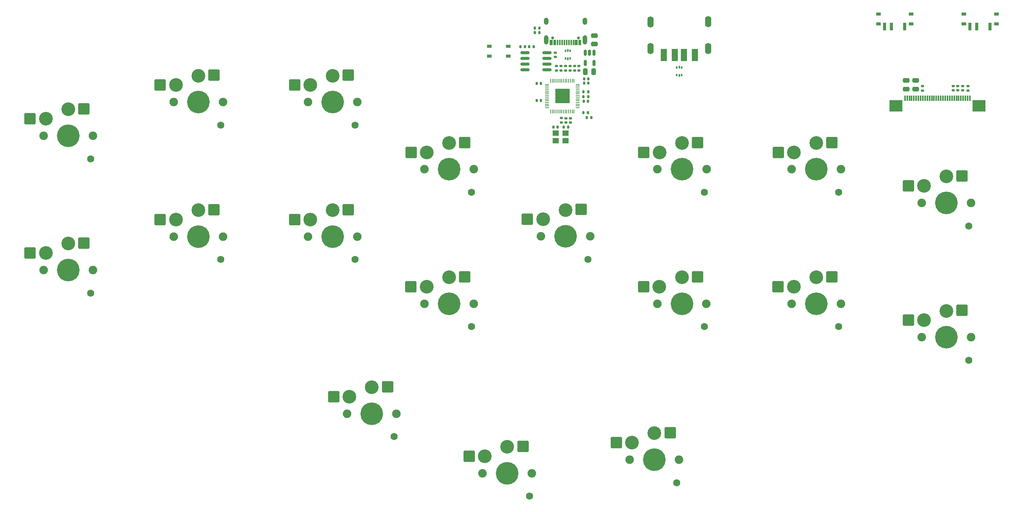
<source format=gts>
G04 #@! TF.GenerationSoftware,KiCad,Pcbnew,8.0.1*
G04 #@! TF.CreationDate,2024-03-30T21:55:46-07:00*
G04 #@! TF.ProjectId,proj,70726f6a-2e6b-4696-9361-645f70636258,rev?*
G04 #@! TF.SameCoordinates,Original*
G04 #@! TF.FileFunction,Soldermask,Top*
G04 #@! TF.FilePolarity,Negative*
%FSLAX46Y46*%
G04 Gerber Fmt 4.6, Leading zero omitted, Abs format (unit mm)*
G04 Created by KiCad (PCBNEW 8.0.1) date 2024-03-30 21:55:46*
%MOMM*%
%LPD*%
G01*
G04 APERTURE LIST*
G04 Aperture macros list*
%AMRoundRect*
0 Rectangle with rounded corners*
0 $1 Rounding radius*
0 $2 $3 $4 $5 $6 $7 $8 $9 X,Y pos of 4 corners*
0 Add a 4 corners polygon primitive as box body*
4,1,4,$2,$3,$4,$5,$6,$7,$8,$9,$2,$3,0*
0 Add four circle primitives for the rounded corners*
1,1,$1+$1,$2,$3*
1,1,$1+$1,$4,$5*
1,1,$1+$1,$6,$7*
1,1,$1+$1,$8,$9*
0 Add four rect primitives between the rounded corners*
20,1,$1+$1,$2,$3,$4,$5,0*
20,1,$1+$1,$4,$5,$6,$7,0*
20,1,$1+$1,$6,$7,$8,$9,0*
20,1,$1+$1,$8,$9,$2,$3,0*%
G04 Aperture macros list end*
%ADD10RoundRect,0.140000X0.140000X0.170000X-0.140000X0.170000X-0.140000X-0.170000X0.140000X-0.170000X0*%
%ADD11RoundRect,0.135000X0.185000X-0.135000X0.185000X0.135000X-0.185000X0.135000X-0.185000X-0.135000X0*%
%ADD12R,1.400000X2.800000*%
%ADD13O,1.400000X2.500000*%
%ADD14RoundRect,0.135000X-0.135000X-0.185000X0.135000X-0.185000X0.135000X0.185000X-0.135000X0.185000X0*%
%ADD15RoundRect,0.093750X-0.093750X0.156250X-0.093750X-0.156250X0.093750X-0.156250X0.093750X0.156250X0*%
%ADD16RoundRect,0.075000X-0.075000X0.250000X-0.075000X-0.250000X0.075000X-0.250000X0.075000X0.250000X0*%
%ADD17RoundRect,0.140000X0.170000X-0.140000X0.170000X0.140000X-0.170000X0.140000X-0.170000X-0.140000X0*%
%ADD18RoundRect,0.140000X-0.170000X0.140000X-0.170000X-0.140000X0.170000X-0.140000X0.170000X0.140000X0*%
%ADD19RoundRect,0.150000X-0.825000X-0.150000X0.825000X-0.150000X0.825000X0.150000X-0.825000X0.150000X0*%
%ADD20RoundRect,0.250000X-0.475000X0.250000X-0.475000X-0.250000X0.475000X-0.250000X0.475000X0.250000X0*%
%ADD21R,1.050000X0.700000*%
%ADD22RoundRect,0.050000X-0.387500X-0.050000X0.387500X-0.050000X0.387500X0.050000X-0.387500X0.050000X0*%
%ADD23RoundRect,0.050000X-0.050000X-0.387500X0.050000X-0.387500X0.050000X0.387500X-0.050000X0.387500X0*%
%ADD24RoundRect,0.144000X-1.456000X-1.456000X1.456000X-1.456000X1.456000X1.456000X-1.456000X1.456000X0*%
%ADD25RoundRect,0.250000X-0.250000X-0.475000X0.250000X-0.475000X0.250000X0.475000X-0.250000X0.475000X0*%
%ADD26R,1.400000X1.200000*%
%ADD27R,0.700000X1.800000*%
%ADD28R,1.000000X0.800000*%
%ADD29RoundRect,0.140000X-0.140000X-0.170000X0.140000X-0.170000X0.140000X0.170000X-0.140000X0.170000X0*%
%ADD30C,0.650000*%
%ADD31R,0.300000X1.150000*%
%ADD32O,1.000000X2.100000*%
%ADD33O,1.000000X1.600000*%
%ADD34RoundRect,0.135000X-0.185000X0.135000X-0.185000X-0.135000X0.185000X-0.135000X0.185000X0.135000X0*%
%ADD35RoundRect,0.135000X0.135000X0.185000X-0.135000X0.185000X-0.135000X-0.185000X0.135000X-0.185000X0*%
%ADD36R,0.300000X1.200000*%
%ADD37R,3.000000X2.500000*%
%ADD38RoundRect,0.250000X0.475000X-0.250000X0.475000X0.250000X-0.475000X0.250000X-0.475000X-0.250000X0*%
%ADD39RoundRect,0.150000X-0.150000X0.512500X-0.150000X-0.512500X0.150000X-0.512500X0.150000X0.512500X0*%
%ADD40C,1.900000*%
%ADD41C,1.600000*%
%ADD42C,5.050000*%
%ADD43C,3.050000*%
%ADD44RoundRect,0.250000X1.025000X1.000000X-1.025000X1.000000X-1.025000X-1.000000X1.025000X-1.000000X0*%
G04 APERTURE END LIST*
D10*
X163577200Y-54623250D03*
X162617200Y-54623250D03*
D11*
X162054150Y-53660050D03*
X162054150Y-52640050D03*
D12*
X191902200Y-38603784D03*
X189403200Y-38603784D03*
X187401200Y-38603784D03*
X184902200Y-38603784D03*
D13*
X194803200Y-37130784D03*
X194803200Y-31128784D03*
X182001200Y-31179284D03*
X182001200Y-37130784D03*
D14*
X152909800Y-36660400D03*
X153929800Y-36660400D03*
D15*
X164041100Y-37624400D03*
D16*
X163503600Y-37549400D03*
D15*
X162966100Y-37624400D03*
X162966100Y-39324400D03*
D16*
X163503600Y-39399400D03*
D15*
X164041100Y-39324400D03*
D17*
X161014400Y-42019200D03*
X161014400Y-41059200D03*
D14*
X167714200Y-52527200D03*
X168734200Y-52527200D03*
D18*
X251688600Y-45505200D03*
X251688600Y-46465200D03*
D19*
X153930800Y-38032000D03*
X153930800Y-39302000D03*
X153930800Y-40572000D03*
X153930800Y-41842000D03*
X158880800Y-41842000D03*
X158880800Y-40572000D03*
X158880800Y-39302000D03*
X158880800Y-38032000D03*
D20*
X241122200Y-44273200D03*
X241122200Y-46173200D03*
D10*
X157532000Y-44940800D03*
X156572000Y-44940800D03*
D21*
X146011200Y-36652200D03*
X150211200Y-36652200D03*
X146011200Y-38802200D03*
X150211200Y-38802200D03*
D18*
X252831600Y-45530600D03*
X252831600Y-46490600D03*
D17*
X162005000Y-42019200D03*
X162005000Y-41059200D03*
D22*
X158862150Y-45149450D03*
X158862150Y-45549450D03*
X158862150Y-45949450D03*
X158862150Y-46349450D03*
X158862150Y-46749450D03*
X158862150Y-47149450D03*
X158862150Y-47549450D03*
X158862150Y-47949450D03*
X158862150Y-48349450D03*
X158862150Y-48749450D03*
X158862150Y-49149450D03*
X158862150Y-49549450D03*
X158862150Y-49949450D03*
X158862150Y-50349450D03*
D23*
X159699650Y-51186950D03*
X160099650Y-51186950D03*
X160499650Y-51186950D03*
X160899650Y-51186950D03*
X161299650Y-51186950D03*
X161699650Y-51186950D03*
X162099650Y-51186950D03*
X162499650Y-51186950D03*
X162899650Y-51186950D03*
X163299650Y-51186950D03*
X163699650Y-51186950D03*
X164099650Y-51186950D03*
X164499650Y-51186950D03*
X164899650Y-51186950D03*
D22*
X165737150Y-50349450D03*
X165737150Y-49949450D03*
X165737150Y-49549450D03*
X165737150Y-49149450D03*
X165737150Y-48749450D03*
X165737150Y-48349450D03*
X165737150Y-47949450D03*
X165737150Y-47549450D03*
X165737150Y-47149450D03*
X165737150Y-46749450D03*
X165737150Y-46349450D03*
X165737150Y-45949450D03*
X165737150Y-45549450D03*
X165737150Y-45149450D03*
D23*
X164899650Y-44311950D03*
X164499650Y-44311950D03*
X164099650Y-44311950D03*
X163699650Y-44311950D03*
X163299650Y-44311950D03*
X162899650Y-44311950D03*
X162499650Y-44311950D03*
X162099650Y-44311950D03*
X161699650Y-44311950D03*
X161299650Y-44311950D03*
X160899650Y-44311950D03*
X160499650Y-44311950D03*
X160099650Y-44311950D03*
X159699650Y-44311950D03*
D24*
X162299650Y-47749450D03*
D25*
X167405000Y-42324600D03*
X169305000Y-42324600D03*
D26*
X160815100Y-57716000D03*
X163015100Y-57716000D03*
X163015100Y-56016000D03*
X160815100Y-56016000D03*
D14*
X166952200Y-51460400D03*
X167972200Y-51460400D03*
D27*
X253290000Y-32253800D03*
X254790000Y-32253800D03*
X257790000Y-32253800D03*
D28*
X251890000Y-31603800D03*
X251890000Y-29403800D03*
X259190000Y-31603800D03*
X259190000Y-29403800D03*
D29*
X167033000Y-48920400D03*
X167993000Y-48920400D03*
X167113000Y-43874000D03*
X168073000Y-43874000D03*
D27*
X234240000Y-32253800D03*
X235740000Y-32253800D03*
X238740000Y-32253800D03*
D28*
X232840000Y-31603800D03*
X232840000Y-29403800D03*
X240140000Y-31603800D03*
X240140000Y-29403800D03*
D29*
X167113000Y-44864600D03*
X168073000Y-44864600D03*
D14*
X154840200Y-36660400D03*
X155860200Y-36660400D03*
D17*
X160709600Y-38996600D03*
X160709600Y-38036600D03*
D30*
X165883800Y-34718800D03*
X160103800Y-34718800D03*
D31*
X166343800Y-35783800D03*
X165543800Y-35783800D03*
X164243800Y-35783800D03*
X163243800Y-35783800D03*
X162743800Y-35783800D03*
X161743800Y-35783800D03*
X160443800Y-35783800D03*
X159643800Y-35783800D03*
X159943800Y-35783800D03*
X160743800Y-35783800D03*
X161243800Y-35783800D03*
X162243800Y-35783800D03*
X163743800Y-35783800D03*
X164743800Y-35783800D03*
X165243800Y-35783800D03*
X166043800Y-35783800D03*
D32*
X167313800Y-35218800D03*
D33*
X167313800Y-31038800D03*
D32*
X158673800Y-35218800D03*
D33*
X158673800Y-31038800D03*
D34*
X164011600Y-41027200D03*
X164011600Y-42047200D03*
D35*
X157155600Y-33587000D03*
X156135600Y-33587000D03*
D34*
X162995600Y-41027200D03*
X162995600Y-42047200D03*
D35*
X168046400Y-47879000D03*
X167026400Y-47879000D03*
D18*
X250520200Y-45505200D03*
X250520200Y-46465200D03*
X163095550Y-52670050D03*
X163095550Y-53630050D03*
D17*
X165002200Y-42019200D03*
X165002200Y-41059200D03*
D34*
X242671600Y-45475200D03*
X242671600Y-46495200D03*
D36*
X253259000Y-48200000D03*
X252759000Y-48200000D03*
X252259000Y-48200000D03*
X251759000Y-48200000D03*
X251259000Y-48200000D03*
X250759000Y-48200000D03*
X250259500Y-48200000D03*
X249759000Y-48200000D03*
X249259500Y-48200000D03*
X248759000Y-48200000D03*
X248259500Y-48200000D03*
X247759000Y-48200000D03*
X247259500Y-48200000D03*
X246759000Y-48200000D03*
X246259500Y-48200000D03*
X245759000Y-48200000D03*
X245259500Y-48200000D03*
X244759000Y-48200000D03*
X244259500Y-48200000D03*
X243759000Y-48200000D03*
X243259500Y-48200000D03*
X242759000Y-48200000D03*
X242259500Y-48200000D03*
X241759000Y-48200000D03*
X241259500Y-48200000D03*
X240759000Y-48200000D03*
X240259500Y-48200000D03*
X239759000Y-48200000D03*
X239259500Y-48200000D03*
X238759000Y-48200000D03*
D37*
X236759000Y-49880000D03*
X255259000Y-49880000D03*
D20*
X239039400Y-44273200D03*
X239039400Y-46173200D03*
D29*
X160255000Y-54620200D03*
X161215000Y-54620200D03*
D35*
X168046400Y-46812200D03*
X167026400Y-46812200D03*
D18*
X249504200Y-45505200D03*
X249504200Y-46465200D03*
D38*
X169447200Y-36111800D03*
X169447200Y-34211800D03*
D35*
X157155600Y-32545600D03*
X156135600Y-32545600D03*
D18*
X164111550Y-52670050D03*
X164111550Y-53630050D03*
D17*
X165992800Y-42019200D03*
X165992800Y-41059200D03*
D10*
X157532000Y-48750800D03*
X156572000Y-48750800D03*
D39*
X169319100Y-38037500D03*
X168369100Y-38037500D03*
X167419100Y-38037500D03*
X167419100Y-40312500D03*
X169319100Y-40312500D03*
D15*
X188929300Y-41324584D03*
D16*
X188391800Y-41249584D03*
D15*
X187854300Y-41324584D03*
X187854300Y-43024584D03*
D16*
X188391800Y-43099584D03*
D15*
X188929300Y-43024584D03*
D40*
X116529000Y-79084100D03*
D41*
X116029000Y-84234100D03*
D42*
X111029000Y-79084100D03*
D43*
X111029000Y-73184100D03*
X106029000Y-75284100D03*
D40*
X105529000Y-79084100D03*
D44*
X114529000Y-73084100D03*
X102529000Y-75284100D03*
D40*
X86529000Y-49084000D03*
D41*
X86029000Y-54234000D03*
D42*
X81029000Y-49084000D03*
D43*
X81029000Y-43184000D03*
X76029000Y-45284000D03*
D40*
X75529000Y-49084000D03*
D44*
X84529000Y-43084000D03*
X72529000Y-45284000D03*
D40*
X116529000Y-49084000D03*
D41*
X116029000Y-54234000D03*
D42*
X111029000Y-49084000D03*
D43*
X111029000Y-43184000D03*
X106029000Y-45284000D03*
D40*
X105529000Y-49084000D03*
D44*
X114529000Y-43084000D03*
X102529000Y-45284000D03*
D40*
X155500000Y-131915900D03*
D41*
X155000000Y-137065900D03*
D42*
X150000000Y-131915900D03*
D43*
X150000000Y-126015900D03*
X145000000Y-128115900D03*
D40*
X144500000Y-131915900D03*
D44*
X153500000Y-125915900D03*
X141500000Y-128115900D03*
D40*
X168477000Y-79065100D03*
D41*
X167977000Y-84215100D03*
D42*
X162977000Y-79065100D03*
D43*
X162977000Y-73165100D03*
X157977000Y-75265100D03*
D40*
X157477000Y-79065100D03*
D44*
X166477000Y-73065100D03*
X154477000Y-75265100D03*
D40*
X253518500Y-71584100D03*
D41*
X253018500Y-76734100D03*
D42*
X248018500Y-71584100D03*
D43*
X248018500Y-65684100D03*
X243018500Y-67784100D03*
D40*
X242518500Y-71584100D03*
D44*
X251518500Y-65584100D03*
X239518500Y-67784100D03*
D40*
X253518500Y-101584100D03*
D41*
X253018500Y-106734100D03*
D42*
X248018500Y-101584100D03*
D43*
X248018500Y-95684100D03*
X243018500Y-97784100D03*
D40*
X242518500Y-101584100D03*
D44*
X251518500Y-95584100D03*
X239518500Y-97784100D03*
D40*
X57481000Y-86584100D03*
D41*
X56981000Y-91734100D03*
D42*
X51981000Y-86584100D03*
D43*
X51981000Y-80684100D03*
X46981000Y-82784100D03*
D40*
X46481000Y-86584100D03*
D44*
X55481000Y-80584100D03*
X43481000Y-82784100D03*
D40*
X224471100Y-64084100D03*
D41*
X223971100Y-69234100D03*
D42*
X218971100Y-64084100D03*
D43*
X218971100Y-58184100D03*
X213971100Y-60284100D03*
D40*
X213471100Y-64084100D03*
D44*
X222471100Y-58084100D03*
X210471100Y-60284100D03*
D40*
X142510000Y-64084100D03*
D41*
X142010000Y-69234100D03*
D42*
X137010000Y-64084100D03*
D43*
X137010000Y-58184100D03*
X132010000Y-60284100D03*
D40*
X131510000Y-64084100D03*
D44*
X140510000Y-58084100D03*
X128510000Y-60284100D03*
D40*
X86529000Y-79084100D03*
D41*
X86029000Y-84234100D03*
D42*
X81029000Y-79084100D03*
D43*
X81029000Y-73184100D03*
X76029000Y-75284100D03*
D40*
X75529000Y-79084100D03*
D44*
X84529000Y-73084100D03*
X72529000Y-75284100D03*
D40*
X188350400Y-128896900D03*
D41*
X187850400Y-134046900D03*
D42*
X182850400Y-128896900D03*
D43*
X182850400Y-122996900D03*
X177850400Y-125096900D03*
D40*
X177350400Y-128896900D03*
D44*
X186350400Y-122896900D03*
X174350400Y-125096900D03*
D40*
X142497000Y-94065100D03*
D41*
X141997000Y-99215100D03*
D42*
X136997000Y-94065100D03*
D43*
X136997000Y-88165100D03*
X131997000Y-90265100D03*
D40*
X131497000Y-94065100D03*
D44*
X140497000Y-88065100D03*
X128497000Y-90265100D03*
D40*
X57481000Y-56584100D03*
D41*
X56981000Y-61734100D03*
D42*
X51981000Y-56584100D03*
D43*
X51981000Y-50684100D03*
X46981000Y-52784100D03*
D40*
X46481000Y-56584100D03*
D44*
X55481000Y-50584100D03*
X43481000Y-52784100D03*
D40*
X194471100Y-64084100D03*
D41*
X193971100Y-69234100D03*
D42*
X188971100Y-64084100D03*
D43*
X188971100Y-58184100D03*
X183971100Y-60284100D03*
D40*
X183471100Y-64084100D03*
D44*
X192471100Y-58084100D03*
X180471100Y-60284100D03*
D40*
X224458100Y-94065100D03*
D41*
X223958100Y-99215100D03*
D42*
X218958100Y-94065100D03*
D43*
X218958100Y-88165100D03*
X213958100Y-90265100D03*
D40*
X213458100Y-94065100D03*
D44*
X222458100Y-88065100D03*
X210458100Y-90265100D03*
D40*
X194458100Y-94065100D03*
D41*
X193958100Y-99215100D03*
D42*
X188958100Y-94065100D03*
D43*
X188958100Y-88165100D03*
X183958100Y-90265100D03*
D40*
X183458100Y-94065100D03*
D44*
X192458100Y-88065100D03*
X180458100Y-90265100D03*
D40*
X125272000Y-118627700D03*
D41*
X124772000Y-123777700D03*
D42*
X119772000Y-118627700D03*
D43*
X119772000Y-112727700D03*
X114772000Y-114827700D03*
D40*
X114272000Y-118627700D03*
D44*
X123272000Y-112627700D03*
X111272000Y-114827700D03*
M02*

</source>
